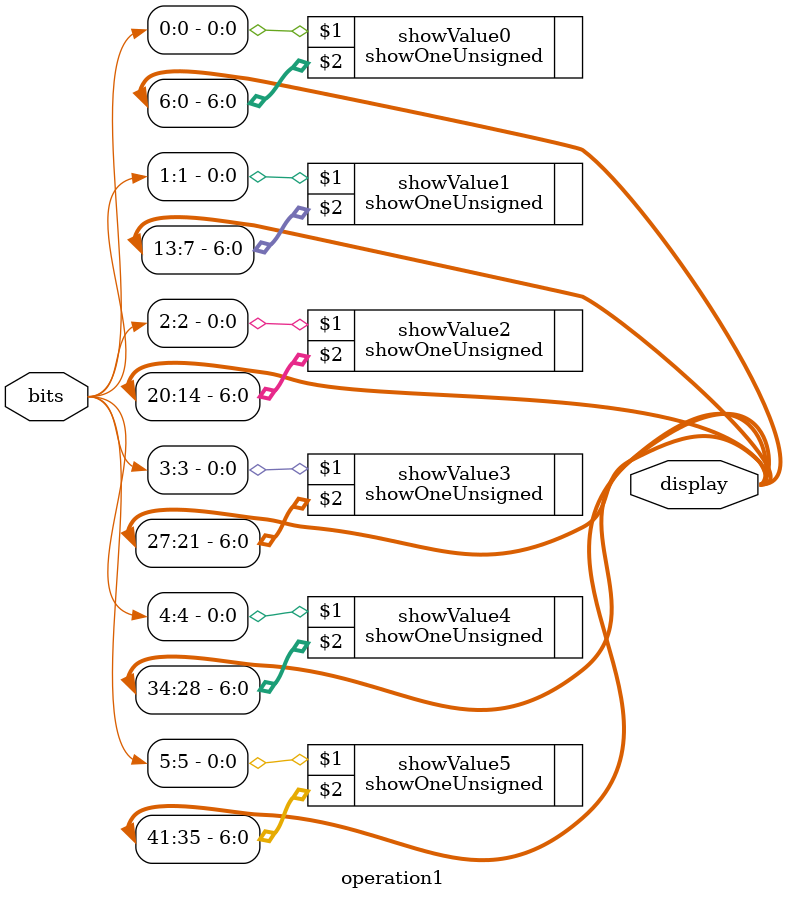
<source format=v>
`timescale 1ns / 1ps
module operation1(
    input [5:0] bits,
    output [41:0] display
    );


showOneUnsigned showValue5(bits[5:5], display[41:35]);
showOneUnsigned showValue4(bits[4:4], display[34:28]);
showOneUnsigned showValue3(bits[3:3], display[27:21]);
showOneUnsigned showValue2(bits[2:2], display[20:14]);
showOneUnsigned showValue1(bits[1:1], display[13:07]);
showOneUnsigned showValue0(bits[0:0], display[06:00]);

endmodule 
</source>
